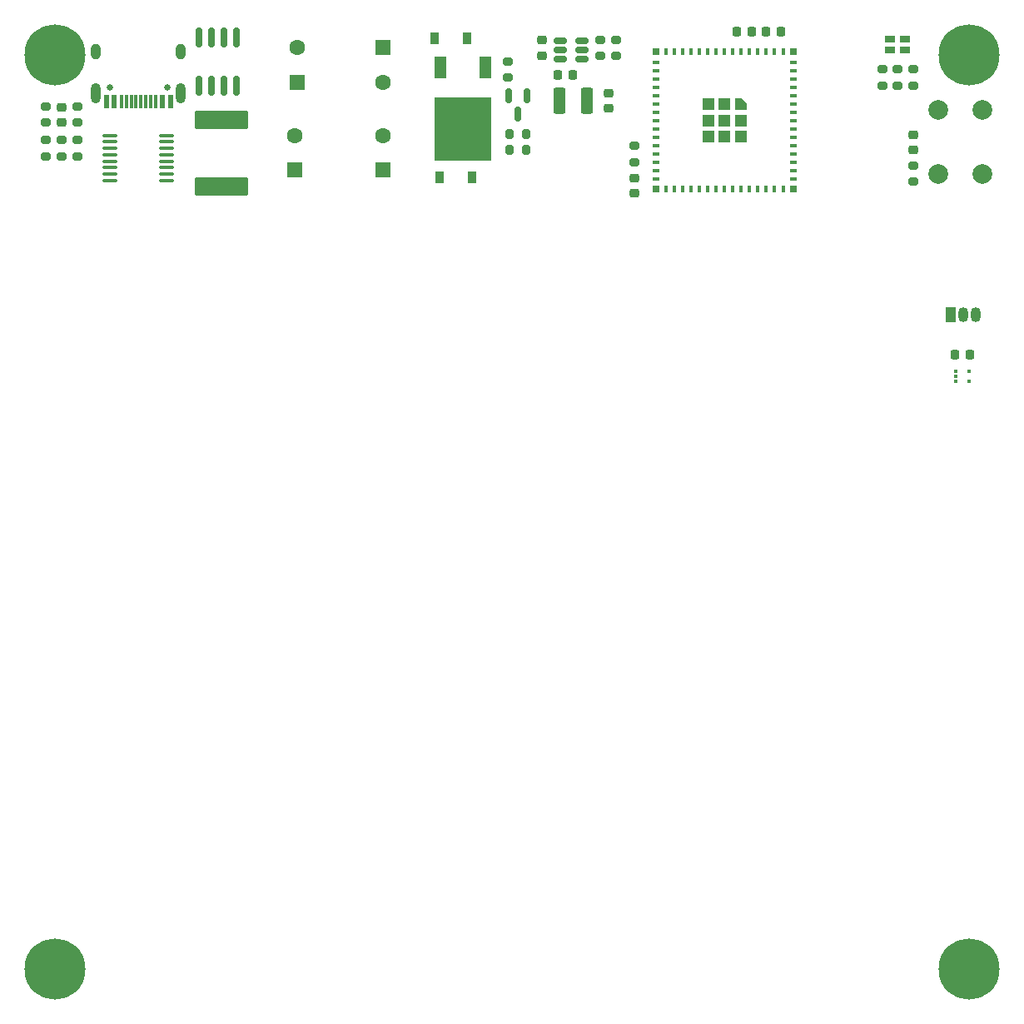
<source format=gts>
G04 #@! TF.GenerationSoftware,KiCad,Pcbnew,(6.0.1)*
G04 #@! TF.CreationDate,2023-01-09T15:04:14+01:00*
G04 #@! TF.ProjectId,relow-solder-hot-plate,72656c6f-772d-4736-9f6c-6465722d686f,rev?*
G04 #@! TF.SameCoordinates,Original*
G04 #@! TF.FileFunction,Soldermask,Top*
G04 #@! TF.FilePolarity,Negative*
%FSLAX46Y46*%
G04 Gerber Fmt 4.6, Leading zero omitted, Abs format (unit mm)*
G04 Created by KiCad (PCBNEW (6.0.1)) date 2023-01-09 15:04:14*
%MOMM*%
%LPD*%
G01*
G04 APERTURE LIST*
G04 Aperture macros list*
%AMRoundRect*
0 Rectangle with rounded corners*
0 $1 Rounding radius*
0 $2 $3 $4 $5 $6 $7 $8 $9 X,Y pos of 4 corners*
0 Add a 4 corners polygon primitive as box body*
4,1,4,$2,$3,$4,$5,$6,$7,$8,$9,$2,$3,0*
0 Add four circle primitives for the rounded corners*
1,1,$1+$1,$2,$3*
1,1,$1+$1,$4,$5*
1,1,$1+$1,$6,$7*
1,1,$1+$1,$8,$9*
0 Add four rect primitives between the rounded corners*
20,1,$1+$1,$2,$3,$4,$5,0*
20,1,$1+$1,$4,$5,$6,$7,0*
20,1,$1+$1,$6,$7,$8,$9,0*
20,1,$1+$1,$8,$9,$2,$3,0*%
%AMFreePoly0*
4,1,6,0.600000,-0.600000,-0.600000,-0.600000,-0.600000,0.000000,0.000000,0.600000,0.600000,0.600000,0.600000,-0.600000,0.600000,-0.600000,$1*%
G04 Aperture macros list end*
%ADD10RoundRect,0.150000X-0.150000X0.825000X-0.150000X-0.825000X0.150000X-0.825000X0.150000X0.825000X0*%
%ADD11C,0.650000*%
%ADD12R,0.600000X1.450000*%
%ADD13R,0.300000X1.450000*%
%ADD14O,1.000000X2.100000*%
%ADD15O,1.000000X1.600000*%
%ADD16RoundRect,0.200000X0.275000X-0.200000X0.275000X0.200000X-0.275000X0.200000X-0.275000X-0.200000X0*%
%ADD17RoundRect,0.150000X-0.150000X0.587500X-0.150000X-0.587500X0.150000X-0.587500X0.150000X0.587500X0*%
%ADD18C,1.600000*%
%ADD19R,1.600000X1.600000*%
%ADD20C,2.000000*%
%ADD21RoundRect,0.150000X0.512500X0.150000X-0.512500X0.150000X-0.512500X-0.150000X0.512500X-0.150000X0*%
%ADD22R,1.200000X2.200000*%
%ADD23R,5.800000X6.400000*%
%ADD24RoundRect,0.100000X0.637500X0.100000X-0.637500X0.100000X-0.637500X-0.100000X0.637500X-0.100000X0*%
%ADD25R,0.900000X1.200000*%
%ADD26RoundRect,0.200000X-0.275000X0.200000X-0.275000X-0.200000X0.275000X-0.200000X0.275000X0.200000X0*%
%ADD27RoundRect,0.225000X-0.250000X0.225000X-0.250000X-0.225000X0.250000X-0.225000X0.250000X0.225000X0*%
%ADD28R,0.450000X0.300000*%
%ADD29RoundRect,0.225000X0.250000X-0.225000X0.250000X0.225000X-0.250000X0.225000X-0.250000X-0.225000X0*%
%ADD30R,1.000000X0.800000*%
%ADD31C,6.200000*%
%ADD32RoundRect,0.200000X-0.200000X-0.275000X0.200000X-0.275000X0.200000X0.275000X-0.200000X0.275000X0*%
%ADD33RoundRect,0.225000X0.225000X0.250000X-0.225000X0.250000X-0.225000X-0.250000X0.225000X-0.250000X0*%
%ADD34R,1.050000X1.500000*%
%ADD35O,1.050000X1.500000*%
%ADD36R,0.400000X0.800000*%
%ADD37R,0.800000X0.400000*%
%ADD38R,1.200000X1.200000*%
%ADD39FreePoly0,270.000000*%
%ADD40R,0.800000X0.800000*%
%ADD41RoundRect,0.250000X-0.375000X-1.075000X0.375000X-1.075000X0.375000X1.075000X-0.375000X1.075000X0*%
%ADD42RoundRect,0.225000X-0.225000X-0.250000X0.225000X-0.250000X0.225000X0.250000X-0.225000X0.250000X0*%
%ADD43RoundRect,0.250000X2.475000X-0.712500X2.475000X0.712500X-2.475000X0.712500X-2.475000X-0.712500X0*%
%ADD44RoundRect,0.200000X0.200000X0.275000X-0.200000X0.275000X-0.200000X-0.275000X0.200000X-0.275000X0*%
G04 APERTURE END LIST*
D10*
X82005000Y-61725000D03*
X80735000Y-61725000D03*
X79465000Y-61725000D03*
X78195000Y-61725000D03*
X78195000Y-66675000D03*
X79465000Y-66675000D03*
X80735000Y-66675000D03*
X82005000Y-66675000D03*
D11*
X74899000Y-66862000D03*
X69119000Y-66862000D03*
D12*
X75259000Y-68307000D03*
X74459000Y-68307000D03*
D13*
X73259000Y-68307000D03*
X72259000Y-68307000D03*
X71759000Y-68307000D03*
X70759000Y-68307000D03*
D12*
X69559000Y-68307000D03*
X68759000Y-68307000D03*
X68759000Y-68307000D03*
X69559000Y-68307000D03*
D13*
X70259000Y-68307000D03*
X71259000Y-68307000D03*
X72759000Y-68307000D03*
X73759000Y-68307000D03*
D12*
X74459000Y-68307000D03*
X75259000Y-68307000D03*
D14*
X67689000Y-67392000D03*
X76329000Y-67392000D03*
D15*
X67689000Y-63212000D03*
X76329000Y-63212000D03*
D16*
X150800000Y-76425000D03*
X150800000Y-74775000D03*
D17*
X111550000Y-67662500D03*
X109650000Y-67662500D03*
X110600000Y-69537500D03*
D16*
X109600000Y-65825000D03*
X109600000Y-64175000D03*
D18*
X96900000Y-71700000D03*
D19*
X96900000Y-75200000D03*
D20*
X153325000Y-75640000D03*
X153325000Y-69140000D03*
X157825000Y-75640000D03*
X157825000Y-69140000D03*
D21*
X117137500Y-63950000D03*
X117137500Y-63000000D03*
X117137500Y-62050000D03*
X114862500Y-62050000D03*
X114862500Y-63000000D03*
X114862500Y-63950000D03*
D16*
X64200000Y-73825000D03*
X64200000Y-72175000D03*
D19*
X88138000Y-66295651D03*
D18*
X88138000Y-62795651D03*
D22*
X107280000Y-64800000D03*
D23*
X105000000Y-71100000D03*
D22*
X102720000Y-64800000D03*
D24*
X74862500Y-76275000D03*
X74862500Y-75625000D03*
X74862500Y-74975000D03*
X74862500Y-74325000D03*
X74862500Y-73675000D03*
X74862500Y-73025000D03*
X74862500Y-72375000D03*
X74862500Y-71725000D03*
X69137500Y-71725000D03*
X69137500Y-72375000D03*
X69137500Y-73025000D03*
X69137500Y-73675000D03*
X69137500Y-74325000D03*
X69137500Y-74975000D03*
X69137500Y-75625000D03*
X69137500Y-76275000D03*
D25*
X105450000Y-61800000D03*
X102150000Y-61800000D03*
D18*
X96900000Y-66300000D03*
D19*
X96900000Y-62800000D03*
D26*
X62600000Y-68775000D03*
X62600000Y-70425000D03*
D27*
X150800000Y-71625000D03*
X150800000Y-73175000D03*
D28*
X155145000Y-95700000D03*
X155145000Y-96200000D03*
X155135000Y-96700000D03*
X156465000Y-96700000D03*
X156465000Y-95700000D03*
D16*
X149200000Y-66625000D03*
X149200000Y-64975000D03*
D26*
X150768000Y-64975000D03*
X150768000Y-66625000D03*
X65800000Y-68775000D03*
X65800000Y-70425000D03*
D29*
X113000000Y-63575000D03*
X113000000Y-62025000D03*
X64200000Y-70375000D03*
X64200000Y-68825000D03*
D30*
X149950000Y-63050000D03*
X148450000Y-63050000D03*
X148450000Y-61950000D03*
X149950000Y-61950000D03*
D29*
X122400000Y-77575000D03*
X122400000Y-76025000D03*
D18*
X87900000Y-71700000D03*
D19*
X87900000Y-75200000D03*
D31*
X63500000Y-63500000D03*
X156500000Y-156500000D03*
D29*
X119800000Y-68975000D03*
X119800000Y-67425000D03*
D32*
X109775000Y-71600000D03*
X111425000Y-71600000D03*
D33*
X137375000Y-61200000D03*
X135825000Y-61200000D03*
X156575000Y-94000000D03*
X155025000Y-94000000D03*
D34*
X154600000Y-89940000D03*
D35*
X155870000Y-89940000D03*
X157140000Y-89940000D03*
D36*
X137550000Y-63200000D03*
X136700000Y-63200000D03*
X135850000Y-63200000D03*
X135000000Y-63200000D03*
X134150000Y-63200000D03*
X133300000Y-63200000D03*
X132450000Y-63200000D03*
X131600000Y-63200000D03*
X130750000Y-63200000D03*
X129900000Y-63200000D03*
X129050000Y-63200000D03*
X128200000Y-63200000D03*
X127350000Y-63200000D03*
X126500000Y-63200000D03*
X125650000Y-63200000D03*
D37*
X124600000Y-64250000D03*
X124600000Y-65100000D03*
X124600000Y-65950000D03*
X124600000Y-66800000D03*
X124600000Y-67650000D03*
X124600000Y-68500000D03*
X124600000Y-69350000D03*
X124600000Y-70200000D03*
X124600000Y-71050000D03*
X124600000Y-71900000D03*
X124600000Y-72750000D03*
X124600000Y-73600000D03*
X124600000Y-74450000D03*
X124600000Y-75300000D03*
X124600000Y-76150000D03*
D36*
X125650000Y-77200000D03*
X126500000Y-77200000D03*
X127350000Y-77200000D03*
X128200000Y-77200000D03*
X129050000Y-77200000D03*
X129900000Y-77200000D03*
X130750000Y-77200000D03*
X131600000Y-77200000D03*
X132450000Y-77200000D03*
X133300000Y-77200000D03*
X134150000Y-77200000D03*
X135000000Y-77200000D03*
X135850000Y-77200000D03*
X136700000Y-77200000D03*
X137550000Y-77200000D03*
D37*
X138600000Y-76150000D03*
X138600000Y-75300000D03*
X138600000Y-74450000D03*
X138600000Y-73600000D03*
X138600000Y-72750000D03*
X138600000Y-71900000D03*
X138600000Y-71050000D03*
X138600000Y-70200000D03*
X138600000Y-69350000D03*
X138600000Y-68500000D03*
X138600000Y-67650000D03*
X138600000Y-66800000D03*
X138600000Y-65950000D03*
X138600000Y-65100000D03*
X138600000Y-64250000D03*
D38*
X131600000Y-71850000D03*
D39*
X133250000Y-68550000D03*
D38*
X131600000Y-70200000D03*
X133250000Y-71850000D03*
X129950000Y-71850000D03*
X129950000Y-70200000D03*
X133250000Y-70200000D03*
X131600000Y-68550000D03*
X129950000Y-68550000D03*
D40*
X138600000Y-63200000D03*
X124600000Y-63200000D03*
X124600000Y-77200000D03*
X138600000Y-77200000D03*
D41*
X114800000Y-68200000D03*
X117600000Y-68200000D03*
D42*
X132825000Y-61200000D03*
X134375000Y-61200000D03*
D16*
X62600000Y-73825000D03*
X62600000Y-72175000D03*
D26*
X119000000Y-61975000D03*
X119000000Y-63625000D03*
D42*
X114625000Y-65600000D03*
X116175000Y-65600000D03*
D16*
X122400000Y-74425000D03*
X122400000Y-72775000D03*
D31*
X63500000Y-156500000D03*
D25*
X102600000Y-76000000D03*
X105900000Y-76000000D03*
D26*
X147668000Y-64975000D03*
X147668000Y-66625000D03*
D16*
X120600000Y-63625000D03*
X120600000Y-61975000D03*
D31*
X156500000Y-63500000D03*
D43*
X80400000Y-76887500D03*
X80400000Y-70112500D03*
D26*
X65800000Y-72175000D03*
X65800000Y-73825000D03*
D44*
X111425000Y-73200000D03*
X109775000Y-73200000D03*
M02*

</source>
